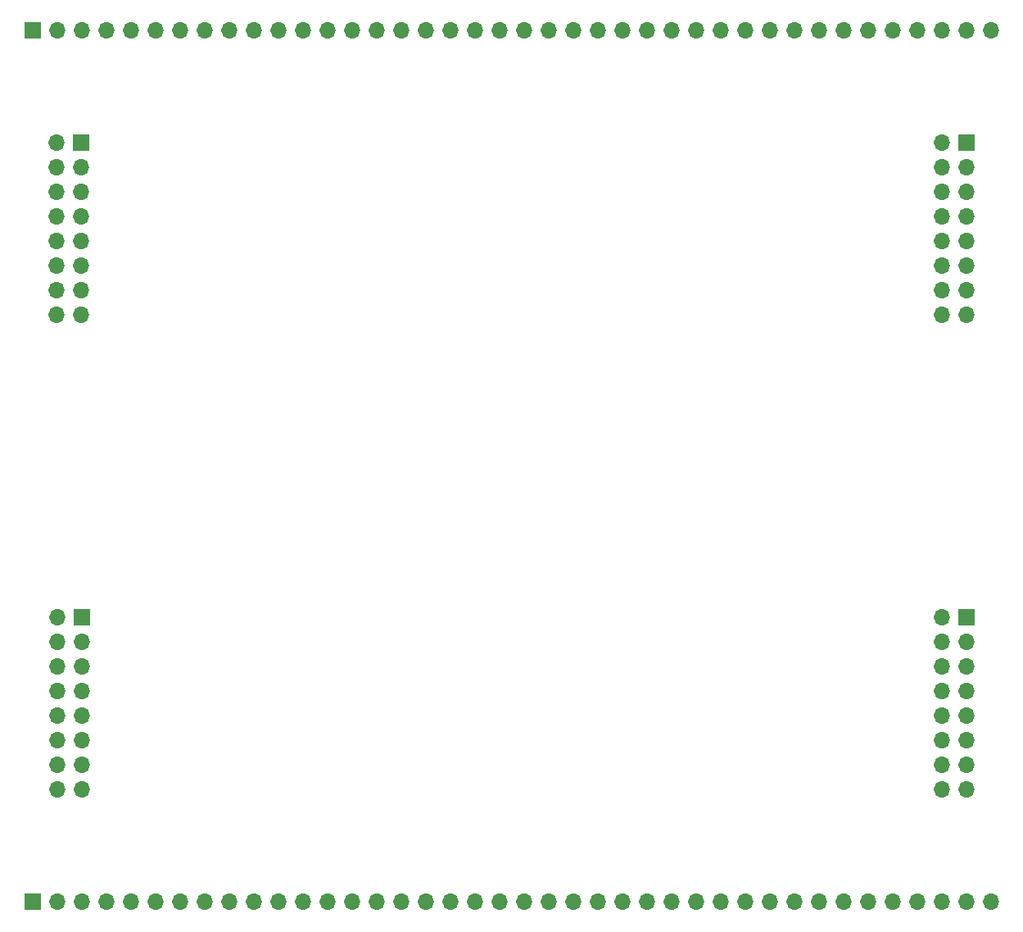
<source format=gtl>
G04 #@! TF.GenerationSoftware,KiCad,Pcbnew,(5.1.9)-1*
G04 #@! TF.CreationDate,2021-10-03T21:23:14-04:00*
G04 #@! TF.ProjectId,template,74656d70-6c61-4746-952e-6b696361645f,1.0*
G04 #@! TF.SameCoordinates,Original*
G04 #@! TF.FileFunction,Copper,L1,Top*
G04 #@! TF.FilePolarity,Positive*
%FSLAX46Y46*%
G04 Gerber Fmt 4.6, Leading zero omitted, Abs format (unit mm)*
G04 Created by KiCad (PCBNEW (5.1.9)-1) date 2021-10-03 21:23:14*
%MOMM*%
%LPD*%
G01*
G04 APERTURE LIST*
G04 #@! TA.AperFunction,ComponentPad*
%ADD10O,1.700000X1.700000*%
G04 #@! TD*
G04 #@! TA.AperFunction,ComponentPad*
%ADD11R,1.700000X1.700000*%
G04 #@! TD*
G04 APERTURE END LIST*
D10*
X180360000Y-124380000D03*
X182900000Y-124380000D03*
X180360000Y-121840000D03*
X182900000Y-121840000D03*
X180360000Y-119300000D03*
X182900000Y-119300000D03*
X180360000Y-116760000D03*
X182900000Y-116760000D03*
X180360000Y-114220000D03*
X182900000Y-114220000D03*
X180360000Y-111680000D03*
X182900000Y-111680000D03*
X180360000Y-109140000D03*
X182900000Y-109140000D03*
X180360000Y-106600000D03*
D11*
X182900000Y-106600000D03*
D10*
X180360000Y-75380000D03*
X182900000Y-75380000D03*
X180360000Y-72840000D03*
X182900000Y-72840000D03*
X180360000Y-70300000D03*
X182900000Y-70300000D03*
X180360000Y-67760000D03*
X182900000Y-67760000D03*
X180360000Y-65220000D03*
X182900000Y-65220000D03*
X180360000Y-62680000D03*
X182900000Y-62680000D03*
X180360000Y-60140000D03*
X182900000Y-60140000D03*
X180360000Y-57600000D03*
D11*
X182900000Y-57600000D03*
D10*
X88990000Y-124380000D03*
X91530000Y-124380000D03*
X88990000Y-121840000D03*
X91530000Y-121840000D03*
X88990000Y-119300000D03*
X91530000Y-119300000D03*
X88990000Y-116760000D03*
X91530000Y-116760000D03*
X88990000Y-114220000D03*
X91530000Y-114220000D03*
X88990000Y-111680000D03*
X91530000Y-111680000D03*
X88990000Y-109140000D03*
X91530000Y-109140000D03*
X88990000Y-106600000D03*
D11*
X91530000Y-106600000D03*
D10*
X88900000Y-75380000D03*
X91440000Y-75380000D03*
X88900000Y-72840000D03*
X91440000Y-72840000D03*
X88900000Y-70300000D03*
X91440000Y-70300000D03*
X88900000Y-67760000D03*
X91440000Y-67760000D03*
X88900000Y-65220000D03*
X91440000Y-65220000D03*
X88900000Y-62680000D03*
X91440000Y-62680000D03*
X88900000Y-60140000D03*
X91440000Y-60140000D03*
X88900000Y-57600000D03*
D11*
X91440000Y-57600000D03*
D10*
X185460000Y-136000000D03*
X182920000Y-136000000D03*
X180380000Y-136000000D03*
X177840000Y-136000000D03*
X175300000Y-136000000D03*
X172760000Y-136000000D03*
X170220000Y-136000000D03*
X167680000Y-136000000D03*
X165140000Y-136000000D03*
X162600000Y-136000000D03*
X160060000Y-136000000D03*
X157520000Y-136000000D03*
X154980000Y-136000000D03*
X152440000Y-136000000D03*
X149900000Y-136000000D03*
X147360000Y-136000000D03*
X144820000Y-136000000D03*
X142280000Y-136000000D03*
X139740000Y-136000000D03*
X137200000Y-136000000D03*
X134660000Y-136000000D03*
X132120000Y-136000000D03*
X129580000Y-136000000D03*
X127040000Y-136000000D03*
X124500000Y-136000000D03*
X121960000Y-136000000D03*
X119420000Y-136000000D03*
X116880000Y-136000000D03*
X114340000Y-136000000D03*
X111800000Y-136000000D03*
X109260000Y-136000000D03*
X106720000Y-136000000D03*
X104180000Y-136000000D03*
X101640000Y-136000000D03*
X99100000Y-136000000D03*
X96560000Y-136000000D03*
X94020000Y-136000000D03*
X91480000Y-136000000D03*
X88940000Y-136000000D03*
D11*
X86400000Y-136000000D03*
D10*
X185460000Y-46000000D03*
X182920000Y-46000000D03*
X180380000Y-46000000D03*
X177840000Y-46000000D03*
X175300000Y-46000000D03*
X172760000Y-46000000D03*
X170220000Y-46000000D03*
X167680000Y-46000000D03*
X165140000Y-46000000D03*
X162600000Y-46000000D03*
X160060000Y-46000000D03*
X157520000Y-46000000D03*
X154980000Y-46000000D03*
X152440000Y-46000000D03*
X149900000Y-46000000D03*
X147360000Y-46000000D03*
X144820000Y-46000000D03*
X142280000Y-46000000D03*
X139740000Y-46000000D03*
X137200000Y-46000000D03*
X134660000Y-46000000D03*
X132120000Y-46000000D03*
X129580000Y-46000000D03*
X127040000Y-46000000D03*
X124500000Y-46000000D03*
X121960000Y-46000000D03*
X119420000Y-46000000D03*
X116880000Y-46000000D03*
X114340000Y-46000000D03*
X111800000Y-46000000D03*
X109260000Y-46000000D03*
X106720000Y-46000000D03*
X104180000Y-46000000D03*
X101640000Y-46000000D03*
X99100000Y-46000000D03*
X96560000Y-46000000D03*
X94020000Y-46000000D03*
X91480000Y-46000000D03*
X88940000Y-46000000D03*
D11*
X86400000Y-46000000D03*
M02*

</source>
